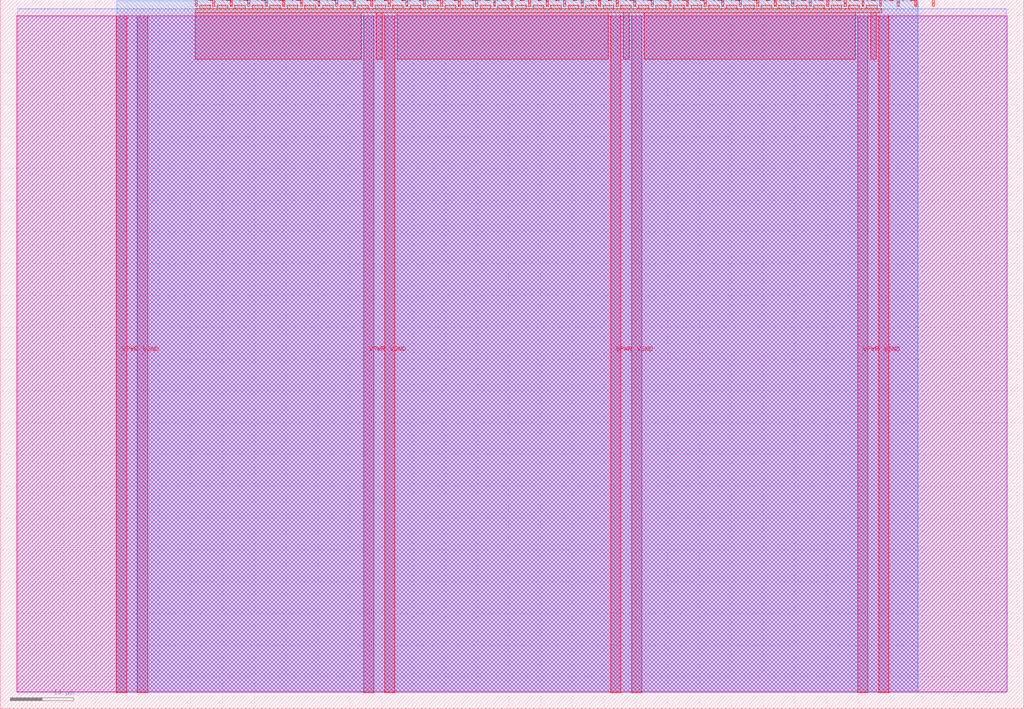
<source format=lef>
VERSION 5.7 ;
  NOWIREEXTENSIONATPIN ON ;
  DIVIDERCHAR "/" ;
  BUSBITCHARS "[]" ;
MACRO tt_um_timba307_LEDSpinner
  CLASS BLOCK ;
  FOREIGN tt_um_timba307_LEDSpinner ;
  ORIGIN 0.000 0.000 ;
  SIZE 161.000 BY 111.520 ;
  PIN VGND
    DIRECTION INOUT ;
    USE GROUND ;
    PORT
      LAYER met4 ;
        RECT 21.580 2.480 23.180 109.040 ;
    END
    PORT
      LAYER met4 ;
        RECT 60.450 2.480 62.050 109.040 ;
    END
    PORT
      LAYER met4 ;
        RECT 99.320 2.480 100.920 109.040 ;
    END
    PORT
      LAYER met4 ;
        RECT 138.190 2.480 139.790 109.040 ;
    END
  END VGND
  PIN VPWR
    DIRECTION INOUT ;
    USE POWER ;
    PORT
      LAYER met4 ;
        RECT 18.280 2.480 19.880 109.040 ;
    END
    PORT
      LAYER met4 ;
        RECT 57.150 2.480 58.750 109.040 ;
    END
    PORT
      LAYER met4 ;
        RECT 96.020 2.480 97.620 109.040 ;
    END
    PORT
      LAYER met4 ;
        RECT 134.890 2.480 136.490 109.040 ;
    END
  END VPWR
  PIN clk
    DIRECTION INPUT ;
    USE SIGNAL ;
    PORT
      LAYER met4 ;
        RECT 143.830 110.520 144.130 111.520 ;
    END
  END clk
  PIN ena
    DIRECTION INPUT ;
    USE SIGNAL ;
    PORT
      LAYER met4 ;
        RECT 146.590 110.520 146.890 111.520 ;
    END
  END ena
  PIN rst_n
    DIRECTION INPUT ;
    USE SIGNAL ;
    PORT
      LAYER met4 ;
        RECT 141.070 110.520 141.370 111.520 ;
    END
  END rst_n
  PIN ui_in[0]
    DIRECTION INPUT ;
    USE SIGNAL ;
    ANTENNAGATEAREA 0.196500 ;
    PORT
      LAYER met4 ;
        RECT 138.310 110.520 138.610 111.520 ;
    END
  END ui_in[0]
  PIN ui_in[1]
    DIRECTION INPUT ;
    USE SIGNAL ;
    ANTENNAGATEAREA 0.213000 ;
    PORT
      LAYER met4 ;
        RECT 135.550 110.520 135.850 111.520 ;
    END
  END ui_in[1]
  PIN ui_in[2]
    DIRECTION INPUT ;
    USE SIGNAL ;
    ANTENNAGATEAREA 0.196500 ;
    PORT
      LAYER met4 ;
        RECT 132.790 110.520 133.090 111.520 ;
    END
  END ui_in[2]
  PIN ui_in[3]
    DIRECTION INPUT ;
    USE SIGNAL ;
    ANTENNAGATEAREA 0.196500 ;
    PORT
      LAYER met4 ;
        RECT 130.030 110.520 130.330 111.520 ;
    END
  END ui_in[3]
  PIN ui_in[4]
    DIRECTION INPUT ;
    USE SIGNAL ;
    ANTENNAGATEAREA 0.196500 ;
    PORT
      LAYER met4 ;
        RECT 127.270 110.520 127.570 111.520 ;
    END
  END ui_in[4]
  PIN ui_in[5]
    DIRECTION INPUT ;
    USE SIGNAL ;
    ANTENNAGATEAREA 0.196500 ;
    PORT
      LAYER met4 ;
        RECT 124.510 110.520 124.810 111.520 ;
    END
  END ui_in[5]
  PIN ui_in[6]
    DIRECTION INPUT ;
    USE SIGNAL ;
    ANTENNAGATEAREA 0.196500 ;
    PORT
      LAYER met4 ;
        RECT 121.750 110.520 122.050 111.520 ;
    END
  END ui_in[6]
  PIN ui_in[7]
    DIRECTION INPUT ;
    USE SIGNAL ;
    ANTENNAGATEAREA 0.196500 ;
    PORT
      LAYER met4 ;
        RECT 118.990 110.520 119.290 111.520 ;
    END
  END ui_in[7]
  PIN uio_in[0]
    DIRECTION INPUT ;
    USE SIGNAL ;
    ANTENNAGATEAREA 0.196500 ;
    PORT
      LAYER met4 ;
        RECT 116.230 110.520 116.530 111.520 ;
    END
  END uio_in[0]
  PIN uio_in[1]
    DIRECTION INPUT ;
    USE SIGNAL ;
    ANTENNAGATEAREA 0.213000 ;
    PORT
      LAYER met4 ;
        RECT 113.470 110.520 113.770 111.520 ;
    END
  END uio_in[1]
  PIN uio_in[2]
    DIRECTION INPUT ;
    USE SIGNAL ;
    ANTENNAGATEAREA 0.196500 ;
    PORT
      LAYER met4 ;
        RECT 110.710 110.520 111.010 111.520 ;
    END
  END uio_in[2]
  PIN uio_in[3]
    DIRECTION INPUT ;
    USE SIGNAL ;
    ANTENNAGATEAREA 0.196500 ;
    PORT
      LAYER met4 ;
        RECT 107.950 110.520 108.250 111.520 ;
    END
  END uio_in[3]
  PIN uio_in[4]
    DIRECTION INPUT ;
    USE SIGNAL ;
    ANTENNAGATEAREA 0.196500 ;
    PORT
      LAYER met4 ;
        RECT 105.190 110.520 105.490 111.520 ;
    END
  END uio_in[4]
  PIN uio_in[5]
    DIRECTION INPUT ;
    USE SIGNAL ;
    ANTENNAGATEAREA 0.196500 ;
    PORT
      LAYER met4 ;
        RECT 102.430 110.520 102.730 111.520 ;
    END
  END uio_in[5]
  PIN uio_in[6]
    DIRECTION INPUT ;
    USE SIGNAL ;
    ANTENNAGATEAREA 0.196500 ;
    PORT
      LAYER met4 ;
        RECT 99.670 110.520 99.970 111.520 ;
    END
  END uio_in[6]
  PIN uio_in[7]
    DIRECTION INPUT ;
    USE SIGNAL ;
    ANTENNAGATEAREA 0.196500 ;
    PORT
      LAYER met4 ;
        RECT 96.910 110.520 97.210 111.520 ;
    END
  END uio_in[7]
  PIN uio_oe[0]
    DIRECTION OUTPUT ;
    USE SIGNAL ;
    PORT
      LAYER met4 ;
        RECT 49.990 110.520 50.290 111.520 ;
    END
  END uio_oe[0]
  PIN uio_oe[1]
    DIRECTION OUTPUT ;
    USE SIGNAL ;
    PORT
      LAYER met4 ;
        RECT 47.230 110.520 47.530 111.520 ;
    END
  END uio_oe[1]
  PIN uio_oe[2]
    DIRECTION OUTPUT ;
    USE SIGNAL ;
    PORT
      LAYER met4 ;
        RECT 44.470 110.520 44.770 111.520 ;
    END
  END uio_oe[2]
  PIN uio_oe[3]
    DIRECTION OUTPUT ;
    USE SIGNAL ;
    PORT
      LAYER met4 ;
        RECT 41.710 110.520 42.010 111.520 ;
    END
  END uio_oe[3]
  PIN uio_oe[4]
    DIRECTION OUTPUT ;
    USE SIGNAL ;
    PORT
      LAYER met4 ;
        RECT 38.950 110.520 39.250 111.520 ;
    END
  END uio_oe[4]
  PIN uio_oe[5]
    DIRECTION OUTPUT ;
    USE SIGNAL ;
    PORT
      LAYER met4 ;
        RECT 36.190 110.520 36.490 111.520 ;
    END
  END uio_oe[5]
  PIN uio_oe[6]
    DIRECTION OUTPUT ;
    USE SIGNAL ;
    PORT
      LAYER met4 ;
        RECT 33.430 110.520 33.730 111.520 ;
    END
  END uio_oe[6]
  PIN uio_oe[7]
    DIRECTION OUTPUT ;
    USE SIGNAL ;
    PORT
      LAYER met4 ;
        RECT 30.670 110.520 30.970 111.520 ;
    END
  END uio_oe[7]
  PIN uio_out[0]
    DIRECTION OUTPUT ;
    USE SIGNAL ;
    PORT
      LAYER met4 ;
        RECT 72.070 110.520 72.370 111.520 ;
    END
  END uio_out[0]
  PIN uio_out[1]
    DIRECTION OUTPUT ;
    USE SIGNAL ;
    PORT
      LAYER met4 ;
        RECT 69.310 110.520 69.610 111.520 ;
    END
  END uio_out[1]
  PIN uio_out[2]
    DIRECTION OUTPUT ;
    USE SIGNAL ;
    PORT
      LAYER met4 ;
        RECT 66.550 110.520 66.850 111.520 ;
    END
  END uio_out[2]
  PIN uio_out[3]
    DIRECTION OUTPUT ;
    USE SIGNAL ;
    PORT
      LAYER met4 ;
        RECT 63.790 110.520 64.090 111.520 ;
    END
  END uio_out[3]
  PIN uio_out[4]
    DIRECTION OUTPUT ;
    USE SIGNAL ;
    PORT
      LAYER met4 ;
        RECT 61.030 110.520 61.330 111.520 ;
    END
  END uio_out[4]
  PIN uio_out[5]
    DIRECTION OUTPUT ;
    USE SIGNAL ;
    PORT
      LAYER met4 ;
        RECT 58.270 110.520 58.570 111.520 ;
    END
  END uio_out[5]
  PIN uio_out[6]
    DIRECTION OUTPUT ;
    USE SIGNAL ;
    PORT
      LAYER met4 ;
        RECT 55.510 110.520 55.810 111.520 ;
    END
  END uio_out[6]
  PIN uio_out[7]
    DIRECTION OUTPUT ;
    USE SIGNAL ;
    PORT
      LAYER met4 ;
        RECT 52.750 110.520 53.050 111.520 ;
    END
  END uio_out[7]
  PIN uo_out[0]
    DIRECTION OUTPUT ;
    USE SIGNAL ;
    ANTENNADIFFAREA 0.643500 ;
    PORT
      LAYER met4 ;
        RECT 94.150 110.520 94.450 111.520 ;
    END
  END uo_out[0]
  PIN uo_out[1]
    DIRECTION OUTPUT ;
    USE SIGNAL ;
    ANTENNADIFFAREA 1.721000 ;
    PORT
      LAYER met4 ;
        RECT 91.390 110.520 91.690 111.520 ;
    END
  END uo_out[1]
  PIN uo_out[2]
    DIRECTION OUTPUT ;
    USE SIGNAL ;
    ANTENNADIFFAREA 1.524450 ;
    PORT
      LAYER met4 ;
        RECT 88.630 110.520 88.930 111.520 ;
    END
  END uo_out[2]
  PIN uo_out[3]
    DIRECTION OUTPUT ;
    USE SIGNAL ;
    ANTENNADIFFAREA 1.524450 ;
    PORT
      LAYER met4 ;
        RECT 85.870 110.520 86.170 111.520 ;
    END
  END uo_out[3]
  PIN uo_out[4]
    DIRECTION OUTPUT ;
    USE SIGNAL ;
    ANTENNADIFFAREA 1.721000 ;
    PORT
      LAYER met4 ;
        RECT 83.110 110.520 83.410 111.520 ;
    END
  END uo_out[4]
  PIN uo_out[5]
    DIRECTION OUTPUT ;
    USE SIGNAL ;
    ANTENNADIFFAREA 1.721000 ;
    PORT
      LAYER met4 ;
        RECT 80.350 110.520 80.650 111.520 ;
    END
  END uo_out[5]
  PIN uo_out[6]
    DIRECTION OUTPUT ;
    USE SIGNAL ;
    ANTENNADIFFAREA 1.721000 ;
    PORT
      LAYER met4 ;
        RECT 77.590 110.520 77.890 111.520 ;
    END
  END uo_out[6]
  PIN uo_out[7]
    DIRECTION OUTPUT ;
    USE SIGNAL ;
    ANTENNADIFFAREA 1.721000 ;
    PORT
      LAYER met4 ;
        RECT 74.830 110.520 75.130 111.520 ;
    END
  END uo_out[7]
  OBS
      LAYER nwell ;
        RECT 2.570 2.635 158.430 108.990 ;
      LAYER li1 ;
        RECT 2.760 2.635 158.240 108.885 ;
      LAYER met1 ;
        RECT 2.760 2.480 158.240 110.120 ;
      LAYER met2 ;
        RECT 18.310 2.535 144.350 111.365 ;
      LAYER met3 ;
        RECT 18.290 2.555 144.375 111.345 ;
      LAYER met4 ;
        RECT 31.370 110.120 33.030 110.665 ;
        RECT 34.130 110.120 35.790 110.665 ;
        RECT 36.890 110.120 38.550 110.665 ;
        RECT 39.650 110.120 41.310 110.665 ;
        RECT 42.410 110.120 44.070 110.665 ;
        RECT 45.170 110.120 46.830 110.665 ;
        RECT 47.930 110.120 49.590 110.665 ;
        RECT 50.690 110.120 52.350 110.665 ;
        RECT 53.450 110.120 55.110 110.665 ;
        RECT 56.210 110.120 57.870 110.665 ;
        RECT 58.970 110.120 60.630 110.665 ;
        RECT 61.730 110.120 63.390 110.665 ;
        RECT 64.490 110.120 66.150 110.665 ;
        RECT 67.250 110.120 68.910 110.665 ;
        RECT 70.010 110.120 71.670 110.665 ;
        RECT 72.770 110.120 74.430 110.665 ;
        RECT 75.530 110.120 77.190 110.665 ;
        RECT 78.290 110.120 79.950 110.665 ;
        RECT 81.050 110.120 82.710 110.665 ;
        RECT 83.810 110.120 85.470 110.665 ;
        RECT 86.570 110.120 88.230 110.665 ;
        RECT 89.330 110.120 90.990 110.665 ;
        RECT 92.090 110.120 93.750 110.665 ;
        RECT 94.850 110.120 96.510 110.665 ;
        RECT 97.610 110.120 99.270 110.665 ;
        RECT 100.370 110.120 102.030 110.665 ;
        RECT 103.130 110.120 104.790 110.665 ;
        RECT 105.890 110.120 107.550 110.665 ;
        RECT 108.650 110.120 110.310 110.665 ;
        RECT 111.410 110.120 113.070 110.665 ;
        RECT 114.170 110.120 115.830 110.665 ;
        RECT 116.930 110.120 118.590 110.665 ;
        RECT 119.690 110.120 121.350 110.665 ;
        RECT 122.450 110.120 124.110 110.665 ;
        RECT 125.210 110.120 126.870 110.665 ;
        RECT 127.970 110.120 129.630 110.665 ;
        RECT 130.730 110.120 132.390 110.665 ;
        RECT 133.490 110.120 135.150 110.665 ;
        RECT 136.250 110.120 137.910 110.665 ;
        RECT 30.655 109.440 138.625 110.120 ;
        RECT 30.655 102.175 56.750 109.440 ;
        RECT 59.150 102.175 60.050 109.440 ;
        RECT 62.450 102.175 95.620 109.440 ;
        RECT 98.020 102.175 98.920 109.440 ;
        RECT 101.320 102.175 134.490 109.440 ;
        RECT 136.890 102.175 137.790 109.440 ;
  END
END tt_um_timba307_LEDSpinner
END LIBRARY


</source>
